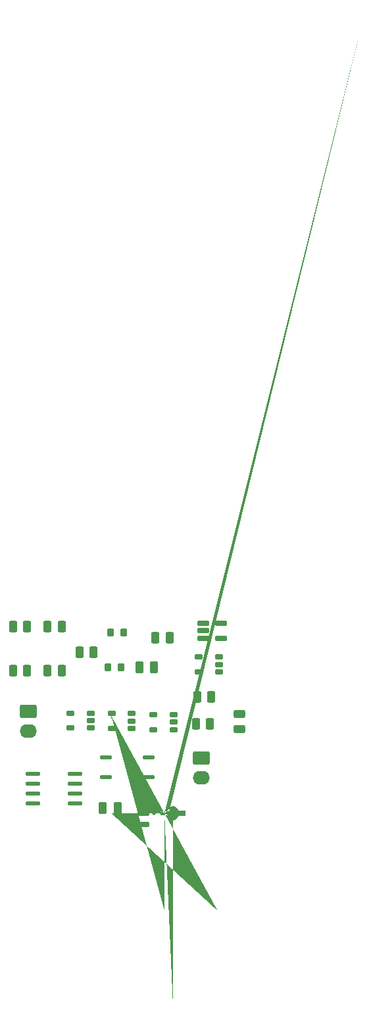
<source format=gbr>
%TF.GenerationSoftware,KiCad,Pcbnew,9.0.2*%
%TF.CreationDate,2025-06-25T12:34:32+02:00*%
%TF.ProjectId,SCS IMD-AMD-indicator,53435320-494d-4442-9d41-4d442d696e64,rev?*%
%TF.SameCoordinates,Original*%
%TF.FileFunction,Soldermask,Top*%
%TF.FilePolarity,Negative*%
%FSLAX46Y46*%
G04 Gerber Fmt 4.6, Leading zero omitted, Abs format (unit mm)*
G04 Created by KiCad (PCBNEW 9.0.2) date 2025-06-25 12:34:32*
%MOMM*%
%LPD*%
G01*
G04 APERTURE LIST*
G04 Aperture macros list*
%AMRoundRect*
0 Rectangle with rounded corners*
0 $1 Rounding radius*
0 $2 $3 $4 $5 $6 $7 $8 $9 X,Y pos of 4 corners*
0 Add a 4 corners polygon primitive as box body*
4,1,4,$2,$3,$4,$5,$6,$7,$8,$9,$2,$3,0*
0 Add four circle primitives for the rounded corners*
1,1,$1+$1,$2,$3*
1,1,$1+$1,$4,$5*
1,1,$1+$1,$6,$7*
1,1,$1+$1,$8,$9*
0 Add four rect primitives between the rounded corners*
20,1,$1+$1,$2,$3,$4,$5,0*
20,1,$1+$1,$4,$5,$6,$7,0*
20,1,$1+$1,$6,$7,$8,$9,0*
20,1,$1+$1,$8,$9,$2,$3,0*%
%AMFreePoly0*
4,1,123,0.971755,0.948895,1.016180,0.945771,1.060427,0.940564,1.104369,0.933299,1.147930,0.923952,1.190983,0.912598,1.233477,0.899238,1.275286,0.883896,1.316332,0.866599,1.356541,0.847422,1.395784,0.826365,1.434011,0.803480,1.471120,0.778842,1.507036,0.752502,1.541656,0.724511,1.574956,0.694895,1.606807,0.663780,1.637186,0.631191,1.665989,0.597231,1.693167,0.561951,
1.718669,0.525425,1.742418,0.487757,1.764389,0.448997,1.784531,0.409271,1.802769,0.329972,2.700102,0.329972,2.700102,-0.330023,1.802769,-0.330023,1.784531,-0.409373,1.764389,-0.449098,1.742418,-0.487859,1.718669,-0.525527,1.693167,-0.562052,1.665989,-0.597333,1.637186,-0.631293,1.606807,-0.663881,1.574956,-0.694996,1.541656,-0.724613,1.507036,-0.752604,1.471120,-0.778943,
1.434011,-0.803581,1.395784,-0.826467,1.356541,-0.847523,1.316332,-0.866701,1.275286,-0.883998,1.233477,-0.899340,1.190983,-0.912700,1.147930,-0.924054,1.104369,-0.933401,1.060427,-0.940665,1.016180,-0.945872,0.971755,-0.948997,0.927229,-0.950064,-0.926975,-0.950064,-0.971501,-0.948997,-1.015926,-0.945872,-1.060173,-0.940665,-1.104115,-0.933401,-1.147676,-0.924054,-1.190729,-0.912700,
-1.233223,-0.899340,-1.275032,-0.883998,-1.316078,-0.866701,-1.356287,-0.847523,-1.395530,-0.826467,-1.433757,-0.803581,-1.470866,-0.778943,-1.506782,-0.752604,-1.541402,-0.724613,-1.574702,-0.694996,-1.606553,-0.663881,-1.636932,-0.631293,-1.665735,-0.597333,-1.692913,-0.562052,-1.718415,-0.525527,-1.742164,-0.487859,-1.764135,-0.449098,-1.784277,-0.409373,-1.802515,-0.368733,-1.818847,-0.327305,
-1.833198,-0.285141,-1.845568,-0.242342,-1.855906,-0.199009,-1.864211,-0.155271,-1.870460,-0.111151,-1.874625,-0.066802,-1.876708,-0.022327,-1.876708,0.022225,-1.874625,0.066701,-1.870460,0.111049,-1.864211,0.155169,-1.855906,0.198908,-1.845568,0.242240,-1.833198,0.285039,-1.818847,0.327203,-1.802515,0.368631,-1.784277,0.409271,-1.764135,0.448997,-1.742164,0.487757,-1.718415,0.525425,
-1.692913,0.561951,-1.665735,0.597231,-1.636932,0.631191,-1.606553,0.663780,-1.574702,0.694895,-1.541402,0.724511,-1.506782,0.752502,-1.470866,0.778842,-1.433757,0.803480,-1.395530,0.826365,-1.356287,0.847422,-1.316078,0.866599,-1.275032,0.883896,-1.233223,0.899238,-1.190729,0.912598,-1.147676,0.923952,-1.104115,0.933299,-1.060173,0.940564,-1.015926,0.945771,-0.971501,0.948895,
-0.926975,0.950000,0.927229,0.950000,0.971755,0.948895,0.971755,0.948895,$1*%
G04 Aperture macros list end*
%ADD10RoundRect,0.150000X-0.650000X-0.150000X0.650000X-0.150000X0.650000X0.150000X-0.650000X0.150000X0*%
%ADD11RoundRect,0.137500X-0.587500X-0.137500X0.587500X-0.137500X0.587500X0.137500X-0.587500X0.137500X0*%
%ADD12RoundRect,0.167500X0.622500X0.167500X-0.622500X0.167500X-0.622500X-0.167500X0.622500X-0.167500X0*%
%ADD13FreePoly0,180.000000*%
%ADD14C,0.500000*%
%ADD15RoundRect,0.269000X0.494000X-0.269000X0.494000X0.269000X-0.494000X0.269000X-0.494000X-0.269000X0*%
%ADD16RoundRect,0.150000X-0.400000X-0.150000X0.400000X-0.150000X0.400000X0.150000X-0.400000X0.150000X0*%
%ADD17RoundRect,0.267317X-0.280683X-0.470683X0.280683X-0.470683X0.280683X0.470683X-0.280683X0.470683X0*%
%ADD18RoundRect,0.269000X-0.269000X-0.494000X0.269000X-0.494000X0.269000X0.494000X-0.269000X0.494000X0*%
%ADD19O,1.950000X0.570000*%
%ADD20RoundRect,0.267317X0.280683X0.470683X-0.280683X0.470683X-0.280683X-0.470683X0.280683X-0.470683X0*%
%ADD21RoundRect,0.219000X-0.219000X-0.294000X0.219000X-0.294000X0.219000X0.294000X-0.219000X0.294000X0*%
%ADD22RoundRect,0.250000X-0.845000X0.620000X-0.845000X-0.620000X0.845000X-0.620000X0.845000X0.620000X0*%
%ADD23O,2.190000X1.740000*%
%ADD24RoundRect,0.269000X0.269000X0.494000X-0.269000X0.494000X-0.269000X-0.494000X0.269000X-0.494000X0*%
G04 APERTURE END LIST*
D10*
%TO.C,U2*%
X49741000Y-22203000D03*
X49741000Y-23153000D03*
X49741000Y-24103000D03*
X52041000Y-24103000D03*
X52041000Y-22203000D03*
%TD*%
D11*
%TO.C,U4*%
X37222800Y-39471600D03*
X37222800Y-42011600D03*
X42722800Y-42011600D03*
X42722800Y-39471600D03*
%TD*%
D12*
%TO.C,U6*%
X42089400Y-45134400D03*
D13*
X44809400Y-46634400D03*
D14*
X44449400Y-46634400D03*
X43449400Y-46634400D03*
D12*
X42089400Y-46634400D03*
X42089400Y-48134400D03*
%TD*%
D15*
%TO.C,C2*%
X54457600Y-35814000D03*
X54457600Y-33914000D03*
%TD*%
D16*
%TO.C,U7*%
X35276000Y-35646400D03*
X35276000Y-34696400D03*
X35276000Y-33746400D03*
X32676000Y-33746400D03*
X32676000Y-35646400D03*
%TD*%
%TO.C,U3*%
X51816000Y-28448000D03*
X51816000Y-27498000D03*
X51816000Y-26548000D03*
X49216000Y-26548000D03*
X49216000Y-28448000D03*
%TD*%
D17*
%TO.C,R3*%
X25302800Y-22580600D03*
X27122800Y-22580600D03*
%TD*%
%TO.C,R2*%
X43636400Y-24079200D03*
X45456400Y-24079200D03*
%TD*%
D18*
%TO.C,C1*%
X41534000Y-27838400D03*
X43434000Y-27838400D03*
%TD*%
D16*
%TO.C,U5*%
X45932400Y-35864800D03*
X45932400Y-34914800D03*
X45932400Y-33964800D03*
X43332400Y-33964800D03*
X43332400Y-35864800D03*
%TD*%
D19*
%TO.C,U1*%
X27838400Y-41544400D03*
X27838400Y-42814400D03*
X27838400Y-44094400D03*
X27838400Y-45364400D03*
X33258400Y-45364400D03*
X33258400Y-44094400D03*
X33258400Y-42814400D03*
X33258400Y-41544400D03*
%TD*%
D16*
%TO.C,U8*%
X40589200Y-35712400D03*
X40589200Y-34762400D03*
X40589200Y-33812400D03*
X37989200Y-33812400D03*
X37989200Y-35712400D03*
%TD*%
D20*
%TO.C,R10*%
X35652800Y-25908000D03*
X33832800Y-25908000D03*
%TD*%
D17*
%TO.C,R7*%
X29747800Y-28295600D03*
X31567800Y-28295600D03*
%TD*%
%TO.C,R8*%
X48980000Y-31699200D03*
X50800000Y-31699200D03*
%TD*%
D21*
%TO.C,R5*%
X37534000Y-27838400D03*
X39174000Y-27838400D03*
%TD*%
D22*
%TO.C,J1*%
X27259600Y-33573800D03*
D23*
X27259600Y-36113800D03*
%TD*%
D17*
%TO.C,R6*%
X25302800Y-28295600D03*
X27122800Y-28295600D03*
%TD*%
%TO.C,R4*%
X29747800Y-22580600D03*
X31567800Y-22580600D03*
%TD*%
D24*
%TO.C,C3*%
X38745200Y-45974000D03*
X36845200Y-45974000D03*
%TD*%
D17*
%TO.C,R9*%
X48827600Y-35102800D03*
X50647600Y-35102800D03*
%TD*%
D21*
%TO.C,R1*%
X37859000Y-23393400D03*
X39499000Y-23393400D03*
%TD*%
D22*
%TO.C,J2*%
X49530000Y-39522400D03*
D23*
X49530000Y-42062400D03*
%TD*%
M02*

</source>
